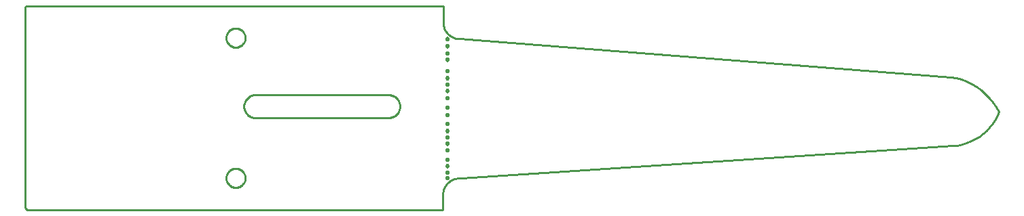
<source format=gbr>
G04 EAGLE Gerber RS-274X export*
G75*
%MOMM*%
%FSLAX34Y34*%
%LPD*%
%IN*%
%IPPOS*%
%AMOC8*
5,1,8,0,0,1.08239X$1,22.5*%
G01*
%ADD10C,0.254000*%


D10*
X5250Y12500D02*
X7750Y10000D01*
X525250Y10000D01*
X525250Y27500D01*
X525336Y29461D01*
X525592Y31407D01*
X526017Y33323D01*
X526607Y35195D01*
X527358Y37009D01*
X528264Y38750D01*
X529319Y40405D01*
X530514Y41963D01*
X531840Y43410D01*
X533287Y44736D01*
X534845Y45931D01*
X536500Y46986D01*
X538241Y47892D01*
X540055Y48643D01*
X541927Y49233D01*
X543843Y49658D01*
X545789Y49914D01*
X547750Y50000D01*
X549000Y50000D01*
X1161500Y90000D01*
X1167352Y90723D01*
X1173120Y91952D01*
X1178758Y93680D01*
X1184224Y95893D01*
X1189476Y98573D01*
X1194475Y101701D01*
X1199182Y105253D01*
X1203561Y109202D01*
X1207580Y113517D01*
X1211208Y118166D01*
X1214416Y123114D01*
X1217181Y128323D01*
X1219000Y132500D01*
X1215555Y138677D01*
X1211585Y144531D01*
X1207119Y150016D01*
X1202193Y155092D01*
X1196843Y159718D01*
X1191110Y163861D01*
X1185037Y167488D01*
X1178672Y170573D01*
X1172062Y173090D01*
X1165258Y175022D01*
X1159000Y176250D01*
X546500Y223750D01*
X544757Y223826D01*
X543027Y224054D01*
X541324Y224431D01*
X539660Y224956D01*
X538048Y225624D01*
X536500Y226430D01*
X535028Y227367D01*
X533644Y228429D01*
X532358Y229608D01*
X531179Y230894D01*
X530117Y232278D01*
X529180Y233750D01*
X528374Y235298D01*
X527706Y236910D01*
X527181Y238574D01*
X526804Y240277D01*
X526576Y242007D01*
X526500Y243750D01*
X526500Y265000D01*
X6500Y265000D01*
X5250Y263750D01*
X5250Y12500D01*
X291500Y125000D02*
X457750Y125000D01*
X459003Y125055D01*
X460246Y125218D01*
X461471Y125490D01*
X462667Y125867D01*
X463825Y126347D01*
X464938Y126926D01*
X465995Y127600D01*
X466990Y128363D01*
X467915Y129210D01*
X468762Y130135D01*
X469525Y131130D01*
X470199Y132188D01*
X470778Y133300D01*
X471258Y134458D01*
X471635Y135654D01*
X471907Y136879D01*
X472070Y138122D01*
X472125Y139375D01*
X472070Y140628D01*
X471907Y141871D01*
X471635Y143096D01*
X471258Y144292D01*
X470778Y145450D01*
X470199Y146563D01*
X469525Y147620D01*
X468762Y148615D01*
X467915Y149540D01*
X466990Y150387D01*
X465995Y151150D01*
X464938Y151824D01*
X463825Y152403D01*
X462667Y152883D01*
X461471Y153260D01*
X460246Y153532D01*
X459003Y153695D01*
X457750Y153750D01*
X292750Y153750D01*
X291495Y153750D01*
X290244Y153640D01*
X289008Y153422D01*
X287796Y153097D01*
X286616Y152667D01*
X285479Y152137D01*
X284392Y151509D01*
X283364Y150789D01*
X282402Y149982D01*
X281515Y149094D01*
X280708Y148132D01*
X279988Y147104D01*
X279361Y146017D01*
X278831Y144879D01*
X278402Y143699D01*
X278077Y142487D01*
X277859Y141251D01*
X277750Y140000D01*
X277750Y138745D01*
X277860Y137494D01*
X278078Y136258D01*
X278403Y135046D01*
X278833Y133866D01*
X279363Y132729D01*
X279991Y131642D01*
X280711Y130614D01*
X281518Y129652D01*
X282406Y128765D01*
X283368Y127958D01*
X284396Y127238D01*
X285483Y126611D01*
X286621Y126081D01*
X287801Y125652D01*
X289013Y125327D01*
X290250Y125109D01*
X291500Y125000D01*
X532500Y49852D02*
X532442Y49562D01*
X532329Y49289D01*
X532165Y49044D01*
X531956Y48835D01*
X531711Y48671D01*
X531438Y48558D01*
X531148Y48500D01*
X530852Y48500D01*
X530562Y48558D01*
X530289Y48671D01*
X530044Y48835D01*
X529835Y49044D01*
X529671Y49289D01*
X529558Y49562D01*
X529500Y49852D01*
X529500Y50148D01*
X529558Y50438D01*
X529671Y50711D01*
X529835Y50956D01*
X530044Y51165D01*
X530289Y51329D01*
X530562Y51442D01*
X530852Y51500D01*
X531148Y51500D01*
X531438Y51442D01*
X531711Y51329D01*
X531956Y51165D01*
X532165Y50956D01*
X532329Y50711D01*
X532442Y50438D01*
X532500Y50148D01*
X532500Y49852D01*
X532500Y56852D02*
X532442Y56562D01*
X532329Y56289D01*
X532165Y56044D01*
X531956Y55835D01*
X531711Y55671D01*
X531438Y55558D01*
X531148Y55500D01*
X530852Y55500D01*
X530562Y55558D01*
X530289Y55671D01*
X530044Y55835D01*
X529835Y56044D01*
X529671Y56289D01*
X529558Y56562D01*
X529500Y56852D01*
X529500Y57148D01*
X529558Y57438D01*
X529671Y57711D01*
X529835Y57956D01*
X530044Y58165D01*
X530289Y58329D01*
X530562Y58442D01*
X530852Y58500D01*
X531148Y58500D01*
X531438Y58442D01*
X531711Y58329D01*
X531956Y58165D01*
X532165Y57956D01*
X532329Y57711D01*
X532442Y57438D01*
X532500Y57148D01*
X532500Y56852D01*
X532500Y64852D02*
X532442Y64562D01*
X532329Y64289D01*
X532165Y64044D01*
X531956Y63835D01*
X531711Y63671D01*
X531438Y63558D01*
X531148Y63500D01*
X530852Y63500D01*
X530562Y63558D01*
X530289Y63671D01*
X530044Y63835D01*
X529835Y64044D01*
X529671Y64289D01*
X529558Y64562D01*
X529500Y64852D01*
X529500Y65148D01*
X529558Y65438D01*
X529671Y65711D01*
X529835Y65956D01*
X530044Y66165D01*
X530289Y66329D01*
X530562Y66442D01*
X530852Y66500D01*
X531148Y66500D01*
X531438Y66442D01*
X531711Y66329D01*
X531956Y66165D01*
X532165Y65956D01*
X532329Y65711D01*
X532442Y65438D01*
X532500Y65148D01*
X532500Y64852D01*
X532500Y72852D02*
X532442Y72562D01*
X532329Y72289D01*
X532165Y72044D01*
X531956Y71835D01*
X531711Y71671D01*
X531438Y71558D01*
X531148Y71500D01*
X530852Y71500D01*
X530562Y71558D01*
X530289Y71671D01*
X530044Y71835D01*
X529835Y72044D01*
X529671Y72289D01*
X529558Y72562D01*
X529500Y72852D01*
X529500Y73148D01*
X529558Y73438D01*
X529671Y73711D01*
X529835Y73956D01*
X530044Y74165D01*
X530289Y74329D01*
X530562Y74442D01*
X530852Y74500D01*
X531148Y74500D01*
X531438Y74442D01*
X531711Y74329D01*
X531956Y74165D01*
X532165Y73956D01*
X532329Y73711D01*
X532442Y73438D01*
X532500Y73148D01*
X532500Y72852D01*
X532500Y84852D02*
X532442Y84562D01*
X532329Y84289D01*
X532165Y84044D01*
X531956Y83835D01*
X531711Y83671D01*
X531438Y83558D01*
X531148Y83500D01*
X530852Y83500D01*
X530562Y83558D01*
X530289Y83671D01*
X530044Y83835D01*
X529835Y84044D01*
X529671Y84289D01*
X529558Y84562D01*
X529500Y84852D01*
X529500Y85148D01*
X529558Y85438D01*
X529671Y85711D01*
X529835Y85956D01*
X530044Y86165D01*
X530289Y86329D01*
X530562Y86442D01*
X530852Y86500D01*
X531148Y86500D01*
X531438Y86442D01*
X531711Y86329D01*
X531956Y86165D01*
X532165Y85956D01*
X532329Y85711D01*
X532442Y85438D01*
X532500Y85148D01*
X532500Y84852D01*
X532500Y92852D02*
X532442Y92562D01*
X532329Y92289D01*
X532165Y92044D01*
X531956Y91835D01*
X531711Y91671D01*
X531438Y91558D01*
X531148Y91500D01*
X530852Y91500D01*
X530562Y91558D01*
X530289Y91671D01*
X530044Y91835D01*
X529835Y92044D01*
X529671Y92289D01*
X529558Y92562D01*
X529500Y92852D01*
X529500Y93148D01*
X529558Y93438D01*
X529671Y93711D01*
X529835Y93956D01*
X530044Y94165D01*
X530289Y94329D01*
X530562Y94442D01*
X530852Y94500D01*
X531148Y94500D01*
X531438Y94442D01*
X531711Y94329D01*
X531956Y94165D01*
X532165Y93956D01*
X532329Y93711D01*
X532442Y93438D01*
X532500Y93148D01*
X532500Y92852D01*
X532500Y100852D02*
X532442Y100562D01*
X532329Y100289D01*
X532165Y100044D01*
X531956Y99835D01*
X531711Y99671D01*
X531438Y99558D01*
X531148Y99500D01*
X530852Y99500D01*
X530562Y99558D01*
X530289Y99671D01*
X530044Y99835D01*
X529835Y100044D01*
X529671Y100289D01*
X529558Y100562D01*
X529500Y100852D01*
X529500Y101148D01*
X529558Y101438D01*
X529671Y101711D01*
X529835Y101956D01*
X530044Y102165D01*
X530289Y102329D01*
X530562Y102442D01*
X530852Y102500D01*
X531148Y102500D01*
X531438Y102442D01*
X531711Y102329D01*
X531956Y102165D01*
X532165Y101956D01*
X532329Y101711D01*
X532442Y101438D01*
X532500Y101148D01*
X532500Y100852D01*
X532500Y108852D02*
X532442Y108562D01*
X532329Y108289D01*
X532165Y108044D01*
X531956Y107835D01*
X531711Y107671D01*
X531438Y107558D01*
X531148Y107500D01*
X530852Y107500D01*
X530562Y107558D01*
X530289Y107671D01*
X530044Y107835D01*
X529835Y108044D01*
X529671Y108289D01*
X529558Y108562D01*
X529500Y108852D01*
X529500Y109148D01*
X529558Y109438D01*
X529671Y109711D01*
X529835Y109956D01*
X530044Y110165D01*
X530289Y110329D01*
X530562Y110442D01*
X530852Y110500D01*
X531148Y110500D01*
X531438Y110442D01*
X531711Y110329D01*
X531956Y110165D01*
X532165Y109956D01*
X532329Y109711D01*
X532442Y109438D01*
X532500Y109148D01*
X532500Y108852D01*
X532500Y117852D02*
X532442Y117562D01*
X532329Y117289D01*
X532165Y117044D01*
X531956Y116835D01*
X531711Y116671D01*
X531438Y116558D01*
X531148Y116500D01*
X530852Y116500D01*
X530562Y116558D01*
X530289Y116671D01*
X530044Y116835D01*
X529835Y117044D01*
X529671Y117289D01*
X529558Y117562D01*
X529500Y117852D01*
X529500Y118148D01*
X529558Y118438D01*
X529671Y118711D01*
X529835Y118956D01*
X530044Y119165D01*
X530289Y119329D01*
X530562Y119442D01*
X530852Y119500D01*
X531148Y119500D01*
X531438Y119442D01*
X531711Y119329D01*
X531956Y119165D01*
X532165Y118956D01*
X532329Y118711D01*
X532442Y118438D01*
X532500Y118148D01*
X532500Y117852D01*
X532500Y128852D02*
X532442Y128562D01*
X532329Y128289D01*
X532165Y128044D01*
X531956Y127835D01*
X531711Y127671D01*
X531438Y127558D01*
X531148Y127500D01*
X530852Y127500D01*
X530562Y127558D01*
X530289Y127671D01*
X530044Y127835D01*
X529835Y128044D01*
X529671Y128289D01*
X529558Y128562D01*
X529500Y128852D01*
X529500Y129148D01*
X529558Y129438D01*
X529671Y129711D01*
X529835Y129956D01*
X530044Y130165D01*
X530289Y130329D01*
X530562Y130442D01*
X530852Y130500D01*
X531148Y130500D01*
X531438Y130442D01*
X531711Y130329D01*
X531956Y130165D01*
X532165Y129956D01*
X532329Y129711D01*
X532442Y129438D01*
X532500Y129148D01*
X532500Y128852D01*
X532500Y137852D02*
X532442Y137562D01*
X532329Y137289D01*
X532165Y137044D01*
X531956Y136835D01*
X531711Y136671D01*
X531438Y136558D01*
X531148Y136500D01*
X530852Y136500D01*
X530562Y136558D01*
X530289Y136671D01*
X530044Y136835D01*
X529835Y137044D01*
X529671Y137289D01*
X529558Y137562D01*
X529500Y137852D01*
X529500Y138148D01*
X529558Y138438D01*
X529671Y138711D01*
X529835Y138956D01*
X530044Y139165D01*
X530289Y139329D01*
X530562Y139442D01*
X530852Y139500D01*
X531148Y139500D01*
X531438Y139442D01*
X531711Y139329D01*
X531956Y139165D01*
X532165Y138956D01*
X532329Y138711D01*
X532442Y138438D01*
X532500Y138148D01*
X532500Y137852D01*
X532500Y149852D02*
X532442Y149562D01*
X532329Y149289D01*
X532165Y149044D01*
X531956Y148835D01*
X531711Y148671D01*
X531438Y148558D01*
X531148Y148500D01*
X530852Y148500D01*
X530562Y148558D01*
X530289Y148671D01*
X530044Y148835D01*
X529835Y149044D01*
X529671Y149289D01*
X529558Y149562D01*
X529500Y149852D01*
X529500Y150148D01*
X529558Y150438D01*
X529671Y150711D01*
X529835Y150956D01*
X530044Y151165D01*
X530289Y151329D01*
X530562Y151442D01*
X530852Y151500D01*
X531148Y151500D01*
X531438Y151442D01*
X531711Y151329D01*
X531956Y151165D01*
X532165Y150956D01*
X532329Y150711D01*
X532442Y150438D01*
X532500Y150148D01*
X532500Y149852D01*
X532500Y158852D02*
X532442Y158562D01*
X532329Y158289D01*
X532165Y158044D01*
X531956Y157835D01*
X531711Y157671D01*
X531438Y157558D01*
X531148Y157500D01*
X530852Y157500D01*
X530562Y157558D01*
X530289Y157671D01*
X530044Y157835D01*
X529835Y158044D01*
X529671Y158289D01*
X529558Y158562D01*
X529500Y158852D01*
X529500Y159148D01*
X529558Y159438D01*
X529671Y159711D01*
X529835Y159956D01*
X530044Y160165D01*
X530289Y160329D01*
X530562Y160442D01*
X530852Y160500D01*
X531148Y160500D01*
X531438Y160442D01*
X531711Y160329D01*
X531956Y160165D01*
X532165Y159956D01*
X532329Y159711D01*
X532442Y159438D01*
X532500Y159148D01*
X532500Y158852D01*
X532500Y166852D02*
X532442Y166562D01*
X532329Y166289D01*
X532165Y166044D01*
X531956Y165835D01*
X531711Y165671D01*
X531438Y165558D01*
X531148Y165500D01*
X530852Y165500D01*
X530562Y165558D01*
X530289Y165671D01*
X530044Y165835D01*
X529835Y166044D01*
X529671Y166289D01*
X529558Y166562D01*
X529500Y166852D01*
X529500Y167148D01*
X529558Y167438D01*
X529671Y167711D01*
X529835Y167956D01*
X530044Y168165D01*
X530289Y168329D01*
X530562Y168442D01*
X530852Y168500D01*
X531148Y168500D01*
X531438Y168442D01*
X531711Y168329D01*
X531956Y168165D01*
X532165Y167956D01*
X532329Y167711D01*
X532442Y167438D01*
X532500Y167148D01*
X532500Y166852D01*
X532500Y174852D02*
X532442Y174562D01*
X532329Y174289D01*
X532165Y174044D01*
X531956Y173835D01*
X531711Y173671D01*
X531438Y173558D01*
X531148Y173500D01*
X530852Y173500D01*
X530562Y173558D01*
X530289Y173671D01*
X530044Y173835D01*
X529835Y174044D01*
X529671Y174289D01*
X529558Y174562D01*
X529500Y174852D01*
X529500Y175148D01*
X529558Y175438D01*
X529671Y175711D01*
X529835Y175956D01*
X530044Y176165D01*
X530289Y176329D01*
X530562Y176442D01*
X530852Y176500D01*
X531148Y176500D01*
X531438Y176442D01*
X531711Y176329D01*
X531956Y176165D01*
X532165Y175956D01*
X532329Y175711D01*
X532442Y175438D01*
X532500Y175148D01*
X532500Y174852D01*
X532500Y183852D02*
X532442Y183562D01*
X532329Y183289D01*
X532165Y183044D01*
X531956Y182835D01*
X531711Y182671D01*
X531438Y182558D01*
X531148Y182500D01*
X530852Y182500D01*
X530562Y182558D01*
X530289Y182671D01*
X530044Y182835D01*
X529835Y183044D01*
X529671Y183289D01*
X529558Y183562D01*
X529500Y183852D01*
X529500Y184148D01*
X529558Y184438D01*
X529671Y184711D01*
X529835Y184956D01*
X530044Y185165D01*
X530289Y185329D01*
X530562Y185442D01*
X530852Y185500D01*
X531148Y185500D01*
X531438Y185442D01*
X531711Y185329D01*
X531956Y185165D01*
X532165Y184956D01*
X532329Y184711D01*
X532442Y184438D01*
X532500Y184148D01*
X532500Y183852D01*
X532500Y197852D02*
X532442Y197562D01*
X532329Y197289D01*
X532165Y197044D01*
X531956Y196835D01*
X531711Y196671D01*
X531438Y196558D01*
X531148Y196500D01*
X530852Y196500D01*
X530562Y196558D01*
X530289Y196671D01*
X530044Y196835D01*
X529835Y197044D01*
X529671Y197289D01*
X529558Y197562D01*
X529500Y197852D01*
X529500Y198148D01*
X529558Y198438D01*
X529671Y198711D01*
X529835Y198956D01*
X530044Y199165D01*
X530289Y199329D01*
X530562Y199442D01*
X530852Y199500D01*
X531148Y199500D01*
X531438Y199442D01*
X531711Y199329D01*
X531956Y199165D01*
X532165Y198956D01*
X532329Y198711D01*
X532442Y198438D01*
X532500Y198148D01*
X532500Y197852D01*
X532500Y205852D02*
X532442Y205562D01*
X532329Y205289D01*
X532165Y205044D01*
X531956Y204835D01*
X531711Y204671D01*
X531438Y204558D01*
X531148Y204500D01*
X530852Y204500D01*
X530562Y204558D01*
X530289Y204671D01*
X530044Y204835D01*
X529835Y205044D01*
X529671Y205289D01*
X529558Y205562D01*
X529500Y205852D01*
X529500Y206148D01*
X529558Y206438D01*
X529671Y206711D01*
X529835Y206956D01*
X530044Y207165D01*
X530289Y207329D01*
X530562Y207442D01*
X530852Y207500D01*
X531148Y207500D01*
X531438Y207442D01*
X531711Y207329D01*
X531956Y207165D01*
X532165Y206956D01*
X532329Y206711D01*
X532442Y206438D01*
X532500Y206148D01*
X532500Y205852D01*
X532500Y214852D02*
X532442Y214562D01*
X532329Y214289D01*
X532165Y214044D01*
X531956Y213835D01*
X531711Y213671D01*
X531438Y213558D01*
X531148Y213500D01*
X530852Y213500D01*
X530562Y213558D01*
X530289Y213671D01*
X530044Y213835D01*
X529835Y214044D01*
X529671Y214289D01*
X529558Y214562D01*
X529500Y214852D01*
X529500Y215148D01*
X529558Y215438D01*
X529671Y215711D01*
X529835Y215956D01*
X530044Y216165D01*
X530289Y216329D01*
X530562Y216442D01*
X530852Y216500D01*
X531148Y216500D01*
X531438Y216442D01*
X531711Y216329D01*
X531956Y216165D01*
X532165Y215956D01*
X532329Y215711D01*
X532442Y215438D01*
X532500Y215148D01*
X532500Y214852D01*
X532500Y223852D02*
X532442Y223562D01*
X532329Y223289D01*
X532165Y223044D01*
X531956Y222835D01*
X531711Y222671D01*
X531438Y222558D01*
X531148Y222500D01*
X530852Y222500D01*
X530562Y222558D01*
X530289Y222671D01*
X530044Y222835D01*
X529835Y223044D01*
X529671Y223289D01*
X529558Y223562D01*
X529500Y223852D01*
X529500Y224148D01*
X529558Y224438D01*
X529671Y224711D01*
X529835Y224956D01*
X530044Y225165D01*
X530289Y225329D01*
X530562Y225442D01*
X530852Y225500D01*
X531148Y225500D01*
X531438Y225442D01*
X531711Y225329D01*
X531956Y225165D01*
X532165Y224956D01*
X532329Y224711D01*
X532442Y224438D01*
X532500Y224148D01*
X532500Y223852D01*
X279350Y50316D02*
X279277Y51244D01*
X279131Y52164D01*
X278914Y53069D01*
X278626Y53955D01*
X278270Y54815D01*
X277847Y55645D01*
X277361Y56439D01*
X276813Y57192D01*
X276208Y57900D01*
X275550Y58558D01*
X274842Y59163D01*
X274089Y59711D01*
X273295Y60197D01*
X272465Y60620D01*
X271605Y60976D01*
X270719Y61264D01*
X269814Y61481D01*
X268894Y61627D01*
X267966Y61700D01*
X267034Y61700D01*
X266106Y61627D01*
X265186Y61481D01*
X264281Y61264D01*
X263395Y60976D01*
X262535Y60620D01*
X261705Y60197D01*
X260911Y59711D01*
X260158Y59163D01*
X259450Y58558D01*
X258792Y57900D01*
X258187Y57192D01*
X257639Y56439D01*
X257153Y55645D01*
X256730Y54815D01*
X256374Y53955D01*
X256086Y53069D01*
X255869Y52164D01*
X255723Y51244D01*
X255650Y50316D01*
X255650Y49384D01*
X255723Y48456D01*
X255869Y47536D01*
X256086Y46631D01*
X256374Y45745D01*
X256730Y44885D01*
X257153Y44055D01*
X257639Y43261D01*
X258187Y42508D01*
X258792Y41800D01*
X259450Y41142D01*
X260158Y40537D01*
X260911Y39989D01*
X261705Y39503D01*
X262535Y39080D01*
X263395Y38724D01*
X264281Y38436D01*
X265186Y38219D01*
X266106Y38073D01*
X267034Y38000D01*
X267966Y38000D01*
X268894Y38073D01*
X269814Y38219D01*
X270719Y38436D01*
X271605Y38724D01*
X272465Y39080D01*
X273295Y39503D01*
X274089Y39989D01*
X274842Y40537D01*
X275550Y41142D01*
X276208Y41800D01*
X276813Y42508D01*
X277361Y43261D01*
X277847Y44055D01*
X278270Y44885D01*
X278626Y45745D01*
X278914Y46631D01*
X279131Y47536D01*
X279277Y48456D01*
X279350Y49384D01*
X279350Y50316D01*
X279350Y225616D02*
X279277Y226544D01*
X279131Y227464D01*
X278914Y228369D01*
X278626Y229255D01*
X278270Y230115D01*
X277847Y230945D01*
X277361Y231739D01*
X276813Y232492D01*
X276208Y233200D01*
X275550Y233858D01*
X274842Y234463D01*
X274089Y235011D01*
X273295Y235497D01*
X272465Y235920D01*
X271605Y236276D01*
X270719Y236564D01*
X269814Y236781D01*
X268894Y236927D01*
X267966Y237000D01*
X267034Y237000D01*
X266106Y236927D01*
X265186Y236781D01*
X264281Y236564D01*
X263395Y236276D01*
X262535Y235920D01*
X261705Y235497D01*
X260911Y235011D01*
X260158Y234463D01*
X259450Y233858D01*
X258792Y233200D01*
X258187Y232492D01*
X257639Y231739D01*
X257153Y230945D01*
X256730Y230115D01*
X256374Y229255D01*
X256086Y228369D01*
X255869Y227464D01*
X255723Y226544D01*
X255650Y225616D01*
X255650Y224684D01*
X255723Y223756D01*
X255869Y222836D01*
X256086Y221931D01*
X256374Y221045D01*
X256730Y220185D01*
X257153Y219355D01*
X257639Y218561D01*
X258187Y217808D01*
X258792Y217100D01*
X259450Y216442D01*
X260158Y215837D01*
X260911Y215289D01*
X261705Y214803D01*
X262535Y214380D01*
X263395Y214024D01*
X264281Y213736D01*
X265186Y213519D01*
X266106Y213373D01*
X267034Y213300D01*
X267966Y213300D01*
X268894Y213373D01*
X269814Y213519D01*
X270719Y213736D01*
X271605Y214024D01*
X272465Y214380D01*
X273295Y214803D01*
X274089Y215289D01*
X274842Y215837D01*
X275550Y216442D01*
X276208Y217100D01*
X276813Y217808D01*
X277361Y218561D01*
X277847Y219355D01*
X278270Y220185D01*
X278626Y221045D01*
X278914Y221931D01*
X279131Y222836D01*
X279277Y223756D01*
X279350Y224684D01*
X279350Y225616D01*
M02*

</source>
